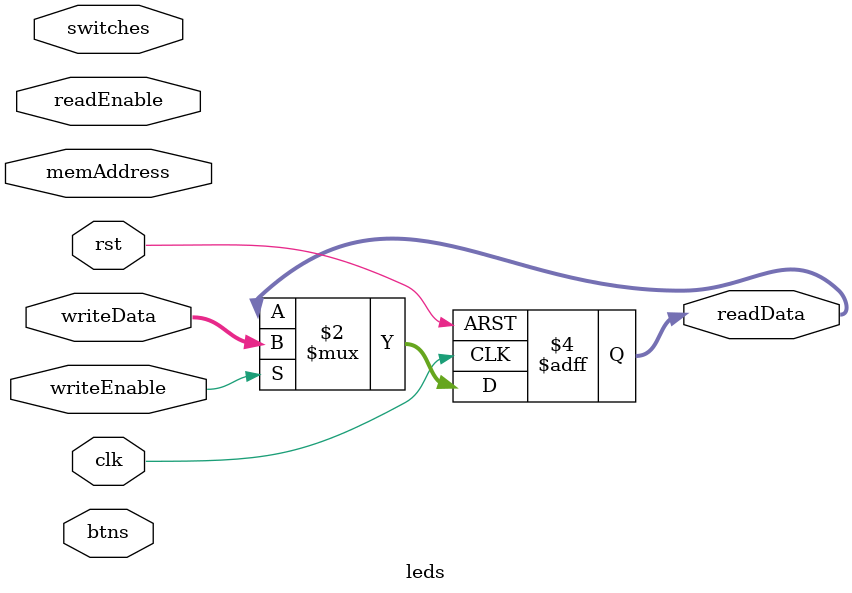
<source format=v>
`timescale 1ns / 1ps

module leds(
    input clk,
    input rst,
    input [15:0] btns,
    input [31:0] writeData,
    input writeEnable,
    input readEnable,
    input [29:0] memAddress,
    input [15:0] switches,
    output reg [31:0] readData
);

    always @(posedge clk or posedge rst) begin
        if (rst)
            readData <= 32'b0;
        else if (writeEnable)
            readData <= writeData;
    end

endmodule
</source>
